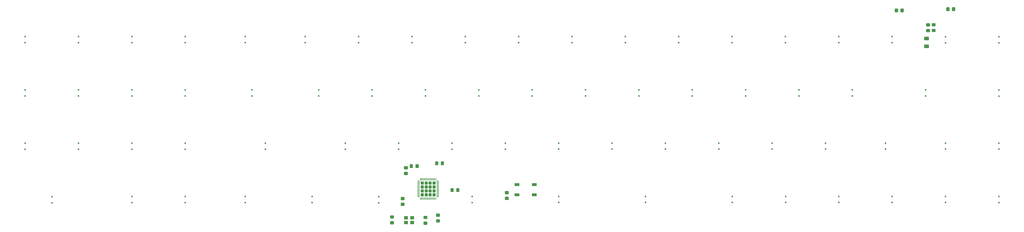
<source format=gbr>
G04 #@! TF.GenerationSoftware,KiCad,Pcbnew,(5.1.12)-1*
G04 #@! TF.CreationDate,2021-12-20T15:10:15-08:00*
G04 #@! TF.ProjectId,logboi,6c6f6762-6f69-42e6-9b69-6361645f7063,rev?*
G04 #@! TF.SameCoordinates,Original*
G04 #@! TF.FileFunction,Paste,Bot*
G04 #@! TF.FilePolarity,Positive*
%FSLAX46Y46*%
G04 Gerber Fmt 4.6, Leading zero omitted, Abs format (unit mm)*
G04 Created by KiCad (PCBNEW (5.1.12)-1) date 2021-12-20 15:10:15*
%MOMM*%
%LPD*%
G01*
G04 APERTURE LIST*
%ADD10R,0.500000X0.500000*%
%ADD11R,1.800000X1.100000*%
%ADD12R,1.400000X1.200000*%
G04 APERTURE END LIST*
D10*
X381042500Y-89612400D03*
X381042500Y-91812400D03*
X381017100Y-70528000D03*
X381017100Y-72728000D03*
X381042500Y-51605000D03*
X381042500Y-53805000D03*
X381042500Y-32555000D03*
X381042500Y-34755000D03*
X361967100Y-89578000D03*
X361967100Y-91778000D03*
X342917100Y-89578000D03*
X342917100Y-91778000D03*
X323867100Y-89578000D03*
X323867100Y-91778000D03*
X304867900Y-89578000D03*
X304867900Y-91778000D03*
X285817900Y-89578000D03*
X285817900Y-91778000D03*
X254861650Y-89578000D03*
X254861650Y-91778000D03*
X223905400Y-89578000D03*
X223905400Y-91778000D03*
X192949150Y-89603400D03*
X192949150Y-91803400D03*
X159586250Y-89705000D03*
X159586250Y-91905000D03*
X135799150Y-89603400D03*
X135799150Y-91803400D03*
X111986650Y-89603400D03*
X111986650Y-91803400D03*
X90555400Y-89603400D03*
X90555400Y-91803400D03*
X71505400Y-89603400D03*
X71505400Y-91803400D03*
X42905000Y-89705000D03*
X42905000Y-91905000D03*
X361967100Y-70528000D03*
X361967100Y-72728000D03*
X340535850Y-70528000D03*
X340535850Y-72728000D03*
X319104600Y-70528000D03*
X319104600Y-72728000D03*
X300105400Y-70528000D03*
X300105400Y-72728000D03*
X281055400Y-70528000D03*
X281055400Y-72728000D03*
X262005400Y-70528000D03*
X262005400Y-72728000D03*
X242955400Y-70528000D03*
X242955400Y-72728000D03*
X223905400Y-70528000D03*
X223905400Y-72728000D03*
X204830000Y-70545600D03*
X204830000Y-72745600D03*
X185805400Y-70553400D03*
X185805400Y-72753400D03*
X166755400Y-70553400D03*
X166755400Y-72753400D03*
X147705400Y-70553400D03*
X147705400Y-72753400D03*
X119130400Y-70553400D03*
X119130400Y-72753400D03*
X90555400Y-70553400D03*
X90555400Y-72753400D03*
X71505400Y-70553400D03*
X71505400Y-72753400D03*
X52430000Y-70578800D03*
X52430000Y-72778800D03*
X33380000Y-70578800D03*
X33380000Y-72778800D03*
X354848750Y-51503400D03*
X354848750Y-53703400D03*
X328655000Y-51503400D03*
X328655000Y-53703400D03*
X309605000Y-51503400D03*
X309605000Y-53703400D03*
X290555000Y-51503400D03*
X290555000Y-53703400D03*
X271505000Y-51503400D03*
X271505000Y-53703400D03*
X252455000Y-51503400D03*
X252455000Y-53703400D03*
X233405000Y-51503400D03*
X233405000Y-53703400D03*
X214355000Y-51503400D03*
X214355000Y-53703400D03*
X195305000Y-51503400D03*
X195305000Y-53703400D03*
X176255000Y-51503400D03*
X176255000Y-53703400D03*
X157205000Y-51503400D03*
X157205000Y-53703400D03*
X138155000Y-51503400D03*
X138155000Y-53703400D03*
X114342500Y-51503400D03*
X114342500Y-53703400D03*
X90504600Y-51503400D03*
X90504600Y-53703400D03*
X71454600Y-51503400D03*
X71454600Y-53703400D03*
X52404600Y-51503400D03*
X52404600Y-53703400D03*
X33354600Y-51503400D03*
X33354600Y-53703400D03*
X361992500Y-32555000D03*
X361992500Y-34755000D03*
X342942500Y-32453400D03*
X342942500Y-34653400D03*
X323892500Y-32453400D03*
X323892500Y-34653400D03*
X304842500Y-32453400D03*
X304842500Y-34653400D03*
X285792500Y-32453400D03*
X285792500Y-34653400D03*
X266742500Y-32453400D03*
X266742500Y-34653400D03*
X247692500Y-32453400D03*
X247692500Y-34653400D03*
X228642500Y-32453400D03*
X228642500Y-34653400D03*
X209592500Y-32453400D03*
X209592500Y-34653400D03*
X190542500Y-32453400D03*
X190542500Y-34653400D03*
X171492500Y-32453400D03*
X171492500Y-34653400D03*
X152442500Y-32453400D03*
X152442500Y-34653400D03*
X133392500Y-32453400D03*
X133392500Y-34653400D03*
X111961250Y-32453400D03*
X111961250Y-34653400D03*
X90530000Y-32453400D03*
X90530000Y-34653400D03*
X71480000Y-32453400D03*
X71480000Y-34653400D03*
X52430000Y-32453400D03*
X52430000Y-34653400D03*
X33380000Y-32453400D03*
X33380000Y-34653400D03*
G36*
G01*
X355818600Y-33794400D02*
X354568600Y-33794400D01*
G75*
G02*
X354318600Y-33544400I0J250000D01*
G01*
X354318600Y-32794400D01*
G75*
G02*
X354568600Y-32544400I250000J0D01*
G01*
X355818600Y-32544400D01*
G75*
G02*
X356068600Y-32794400I0J-250000D01*
G01*
X356068600Y-33544400D01*
G75*
G02*
X355818600Y-33794400I-250000J0D01*
G01*
G37*
G36*
G01*
X355818600Y-36594400D02*
X354568600Y-36594400D01*
G75*
G02*
X354318600Y-36344400I0J250000D01*
G01*
X354318600Y-35594400D01*
G75*
G02*
X354568600Y-35344400I250000J0D01*
G01*
X355818600Y-35344400D01*
G75*
G02*
X356068600Y-35594400I0J-250000D01*
G01*
X356068600Y-36344400D01*
G75*
G02*
X355818600Y-36594400I-250000J0D01*
G01*
G37*
D11*
X208952000Y-85363000D03*
X215152000Y-89063000D03*
X208952000Y-89063000D03*
X215152000Y-85363000D03*
D12*
X169308600Y-98944800D03*
X171508600Y-98944800D03*
X171508600Y-97244800D03*
X169308600Y-97244800D03*
G36*
G01*
X175731600Y-88703800D02*
X175731600Y-89333800D01*
G75*
G02*
X175481600Y-89583800I-250000J0D01*
G01*
X174851600Y-89583800D01*
G75*
G02*
X174601600Y-89333800I0J250000D01*
G01*
X174601600Y-88703800D01*
G75*
G02*
X174851600Y-88453800I250000J0D01*
G01*
X175481600Y-88453800D01*
G75*
G02*
X175731600Y-88703800I0J-250000D01*
G01*
G37*
G36*
G01*
X175731600Y-87303800D02*
X175731600Y-87933800D01*
G75*
G02*
X175481600Y-88183800I-250000J0D01*
G01*
X174851600Y-88183800D01*
G75*
G02*
X174601600Y-87933800I0J250000D01*
G01*
X174601600Y-87303800D01*
G75*
G02*
X174851600Y-87053800I250000J0D01*
G01*
X175481600Y-87053800D01*
G75*
G02*
X175731600Y-87303800I0J-250000D01*
G01*
G37*
G36*
G01*
X175731600Y-85903800D02*
X175731600Y-86533800D01*
G75*
G02*
X175481600Y-86783800I-250000J0D01*
G01*
X174851600Y-86783800D01*
G75*
G02*
X174601600Y-86533800I0J250000D01*
G01*
X174601600Y-85903800D01*
G75*
G02*
X174851600Y-85653800I250000J0D01*
G01*
X175481600Y-85653800D01*
G75*
G02*
X175731600Y-85903800I0J-250000D01*
G01*
G37*
G36*
G01*
X175731600Y-84503800D02*
X175731600Y-85133800D01*
G75*
G02*
X175481600Y-85383800I-250000J0D01*
G01*
X174851600Y-85383800D01*
G75*
G02*
X174601600Y-85133800I0J250000D01*
G01*
X174601600Y-84503800D01*
G75*
G02*
X174851600Y-84253800I250000J0D01*
G01*
X175481600Y-84253800D01*
G75*
G02*
X175731600Y-84503800I0J-250000D01*
G01*
G37*
G36*
G01*
X177131600Y-88703800D02*
X177131600Y-89333800D01*
G75*
G02*
X176881600Y-89583800I-250000J0D01*
G01*
X176251600Y-89583800D01*
G75*
G02*
X176001600Y-89333800I0J250000D01*
G01*
X176001600Y-88703800D01*
G75*
G02*
X176251600Y-88453800I250000J0D01*
G01*
X176881600Y-88453800D01*
G75*
G02*
X177131600Y-88703800I0J-250000D01*
G01*
G37*
G36*
G01*
X177131600Y-87303800D02*
X177131600Y-87933800D01*
G75*
G02*
X176881600Y-88183800I-250000J0D01*
G01*
X176251600Y-88183800D01*
G75*
G02*
X176001600Y-87933800I0J250000D01*
G01*
X176001600Y-87303800D01*
G75*
G02*
X176251600Y-87053800I250000J0D01*
G01*
X176881600Y-87053800D01*
G75*
G02*
X177131600Y-87303800I0J-250000D01*
G01*
G37*
G36*
G01*
X177131600Y-85903800D02*
X177131600Y-86533800D01*
G75*
G02*
X176881600Y-86783800I-250000J0D01*
G01*
X176251600Y-86783800D01*
G75*
G02*
X176001600Y-86533800I0J250000D01*
G01*
X176001600Y-85903800D01*
G75*
G02*
X176251600Y-85653800I250000J0D01*
G01*
X176881600Y-85653800D01*
G75*
G02*
X177131600Y-85903800I0J-250000D01*
G01*
G37*
G36*
G01*
X177131600Y-84503800D02*
X177131600Y-85133800D01*
G75*
G02*
X176881600Y-85383800I-250000J0D01*
G01*
X176251600Y-85383800D01*
G75*
G02*
X176001600Y-85133800I0J250000D01*
G01*
X176001600Y-84503800D01*
G75*
G02*
X176251600Y-84253800I250000J0D01*
G01*
X176881600Y-84253800D01*
G75*
G02*
X177131600Y-84503800I0J-250000D01*
G01*
G37*
G36*
G01*
X178531600Y-88703800D02*
X178531600Y-89333800D01*
G75*
G02*
X178281600Y-89583800I-250000J0D01*
G01*
X177651600Y-89583800D01*
G75*
G02*
X177401600Y-89333800I0J250000D01*
G01*
X177401600Y-88703800D01*
G75*
G02*
X177651600Y-88453800I250000J0D01*
G01*
X178281600Y-88453800D01*
G75*
G02*
X178531600Y-88703800I0J-250000D01*
G01*
G37*
G36*
G01*
X178531600Y-87303800D02*
X178531600Y-87933800D01*
G75*
G02*
X178281600Y-88183800I-250000J0D01*
G01*
X177651600Y-88183800D01*
G75*
G02*
X177401600Y-87933800I0J250000D01*
G01*
X177401600Y-87303800D01*
G75*
G02*
X177651600Y-87053800I250000J0D01*
G01*
X178281600Y-87053800D01*
G75*
G02*
X178531600Y-87303800I0J-250000D01*
G01*
G37*
G36*
G01*
X178531600Y-85903800D02*
X178531600Y-86533800D01*
G75*
G02*
X178281600Y-86783800I-250000J0D01*
G01*
X177651600Y-86783800D01*
G75*
G02*
X177401600Y-86533800I0J250000D01*
G01*
X177401600Y-85903800D01*
G75*
G02*
X177651600Y-85653800I250000J0D01*
G01*
X178281600Y-85653800D01*
G75*
G02*
X178531600Y-85903800I0J-250000D01*
G01*
G37*
G36*
G01*
X178531600Y-84503800D02*
X178531600Y-85133800D01*
G75*
G02*
X178281600Y-85383800I-250000J0D01*
G01*
X177651600Y-85383800D01*
G75*
G02*
X177401600Y-85133800I0J250000D01*
G01*
X177401600Y-84503800D01*
G75*
G02*
X177651600Y-84253800I250000J0D01*
G01*
X178281600Y-84253800D01*
G75*
G02*
X178531600Y-84503800I0J-250000D01*
G01*
G37*
G36*
G01*
X179931600Y-88703800D02*
X179931600Y-89333800D01*
G75*
G02*
X179681600Y-89583800I-250000J0D01*
G01*
X179051600Y-89583800D01*
G75*
G02*
X178801600Y-89333800I0J250000D01*
G01*
X178801600Y-88703800D01*
G75*
G02*
X179051600Y-88453800I250000J0D01*
G01*
X179681600Y-88453800D01*
G75*
G02*
X179931600Y-88703800I0J-250000D01*
G01*
G37*
G36*
G01*
X179931600Y-87303800D02*
X179931600Y-87933800D01*
G75*
G02*
X179681600Y-88183800I-250000J0D01*
G01*
X179051600Y-88183800D01*
G75*
G02*
X178801600Y-87933800I0J250000D01*
G01*
X178801600Y-87303800D01*
G75*
G02*
X179051600Y-87053800I250000J0D01*
G01*
X179681600Y-87053800D01*
G75*
G02*
X179931600Y-87303800I0J-250000D01*
G01*
G37*
G36*
G01*
X179931600Y-85903800D02*
X179931600Y-86533800D01*
G75*
G02*
X179681600Y-86783800I-250000J0D01*
G01*
X179051600Y-86783800D01*
G75*
G02*
X178801600Y-86533800I0J250000D01*
G01*
X178801600Y-85903800D01*
G75*
G02*
X179051600Y-85653800I250000J0D01*
G01*
X179681600Y-85653800D01*
G75*
G02*
X179931600Y-85903800I0J-250000D01*
G01*
G37*
G36*
G01*
X179931600Y-84503800D02*
X179931600Y-85133800D01*
G75*
G02*
X179681600Y-85383800I-250000J0D01*
G01*
X179051600Y-85383800D01*
G75*
G02*
X178801600Y-85133800I0J250000D01*
G01*
X178801600Y-84503800D01*
G75*
G02*
X179051600Y-84253800I250000J0D01*
G01*
X179681600Y-84253800D01*
G75*
G02*
X179931600Y-84503800I0J-250000D01*
G01*
G37*
G36*
G01*
X180141600Y-83106300D02*
X180141600Y-83856300D01*
G75*
G02*
X180079100Y-83918800I-62500J0D01*
G01*
X179954100Y-83918800D01*
G75*
G02*
X179891600Y-83856300I0J62500D01*
G01*
X179891600Y-83106300D01*
G75*
G02*
X179954100Y-83043800I62500J0D01*
G01*
X180079100Y-83043800D01*
G75*
G02*
X180141600Y-83106300I0J-62500D01*
G01*
G37*
G36*
G01*
X179641600Y-83106300D02*
X179641600Y-83856300D01*
G75*
G02*
X179579100Y-83918800I-62500J0D01*
G01*
X179454100Y-83918800D01*
G75*
G02*
X179391600Y-83856300I0J62500D01*
G01*
X179391600Y-83106300D01*
G75*
G02*
X179454100Y-83043800I62500J0D01*
G01*
X179579100Y-83043800D01*
G75*
G02*
X179641600Y-83106300I0J-62500D01*
G01*
G37*
G36*
G01*
X179141600Y-83106300D02*
X179141600Y-83856300D01*
G75*
G02*
X179079100Y-83918800I-62500J0D01*
G01*
X178954100Y-83918800D01*
G75*
G02*
X178891600Y-83856300I0J62500D01*
G01*
X178891600Y-83106300D01*
G75*
G02*
X178954100Y-83043800I62500J0D01*
G01*
X179079100Y-83043800D01*
G75*
G02*
X179141600Y-83106300I0J-62500D01*
G01*
G37*
G36*
G01*
X178641600Y-83106300D02*
X178641600Y-83856300D01*
G75*
G02*
X178579100Y-83918800I-62500J0D01*
G01*
X178454100Y-83918800D01*
G75*
G02*
X178391600Y-83856300I0J62500D01*
G01*
X178391600Y-83106300D01*
G75*
G02*
X178454100Y-83043800I62500J0D01*
G01*
X178579100Y-83043800D01*
G75*
G02*
X178641600Y-83106300I0J-62500D01*
G01*
G37*
G36*
G01*
X178141600Y-83106300D02*
X178141600Y-83856300D01*
G75*
G02*
X178079100Y-83918800I-62500J0D01*
G01*
X177954100Y-83918800D01*
G75*
G02*
X177891600Y-83856300I0J62500D01*
G01*
X177891600Y-83106300D01*
G75*
G02*
X177954100Y-83043800I62500J0D01*
G01*
X178079100Y-83043800D01*
G75*
G02*
X178141600Y-83106300I0J-62500D01*
G01*
G37*
G36*
G01*
X177641600Y-83106300D02*
X177641600Y-83856300D01*
G75*
G02*
X177579100Y-83918800I-62500J0D01*
G01*
X177454100Y-83918800D01*
G75*
G02*
X177391600Y-83856300I0J62500D01*
G01*
X177391600Y-83106300D01*
G75*
G02*
X177454100Y-83043800I62500J0D01*
G01*
X177579100Y-83043800D01*
G75*
G02*
X177641600Y-83106300I0J-62500D01*
G01*
G37*
G36*
G01*
X177141600Y-83106300D02*
X177141600Y-83856300D01*
G75*
G02*
X177079100Y-83918800I-62500J0D01*
G01*
X176954100Y-83918800D01*
G75*
G02*
X176891600Y-83856300I0J62500D01*
G01*
X176891600Y-83106300D01*
G75*
G02*
X176954100Y-83043800I62500J0D01*
G01*
X177079100Y-83043800D01*
G75*
G02*
X177141600Y-83106300I0J-62500D01*
G01*
G37*
G36*
G01*
X176641600Y-83106300D02*
X176641600Y-83856300D01*
G75*
G02*
X176579100Y-83918800I-62500J0D01*
G01*
X176454100Y-83918800D01*
G75*
G02*
X176391600Y-83856300I0J62500D01*
G01*
X176391600Y-83106300D01*
G75*
G02*
X176454100Y-83043800I62500J0D01*
G01*
X176579100Y-83043800D01*
G75*
G02*
X176641600Y-83106300I0J-62500D01*
G01*
G37*
G36*
G01*
X176141600Y-83106300D02*
X176141600Y-83856300D01*
G75*
G02*
X176079100Y-83918800I-62500J0D01*
G01*
X175954100Y-83918800D01*
G75*
G02*
X175891600Y-83856300I0J62500D01*
G01*
X175891600Y-83106300D01*
G75*
G02*
X175954100Y-83043800I62500J0D01*
G01*
X176079100Y-83043800D01*
G75*
G02*
X176141600Y-83106300I0J-62500D01*
G01*
G37*
G36*
G01*
X175641600Y-83106300D02*
X175641600Y-83856300D01*
G75*
G02*
X175579100Y-83918800I-62500J0D01*
G01*
X175454100Y-83918800D01*
G75*
G02*
X175391600Y-83856300I0J62500D01*
G01*
X175391600Y-83106300D01*
G75*
G02*
X175454100Y-83043800I62500J0D01*
G01*
X175579100Y-83043800D01*
G75*
G02*
X175641600Y-83106300I0J-62500D01*
G01*
G37*
G36*
G01*
X175141600Y-83106300D02*
X175141600Y-83856300D01*
G75*
G02*
X175079100Y-83918800I-62500J0D01*
G01*
X174954100Y-83918800D01*
G75*
G02*
X174891600Y-83856300I0J62500D01*
G01*
X174891600Y-83106300D01*
G75*
G02*
X174954100Y-83043800I62500J0D01*
G01*
X175079100Y-83043800D01*
G75*
G02*
X175141600Y-83106300I0J-62500D01*
G01*
G37*
G36*
G01*
X174641600Y-83106300D02*
X174641600Y-83856300D01*
G75*
G02*
X174579100Y-83918800I-62500J0D01*
G01*
X174454100Y-83918800D01*
G75*
G02*
X174391600Y-83856300I0J62500D01*
G01*
X174391600Y-83106300D01*
G75*
G02*
X174454100Y-83043800I62500J0D01*
G01*
X174579100Y-83043800D01*
G75*
G02*
X174641600Y-83106300I0J-62500D01*
G01*
G37*
G36*
G01*
X174266600Y-84106300D02*
X174266600Y-84231300D01*
G75*
G02*
X174204100Y-84293800I-62500J0D01*
G01*
X173454100Y-84293800D01*
G75*
G02*
X173391600Y-84231300I0J62500D01*
G01*
X173391600Y-84106300D01*
G75*
G02*
X173454100Y-84043800I62500J0D01*
G01*
X174204100Y-84043800D01*
G75*
G02*
X174266600Y-84106300I0J-62500D01*
G01*
G37*
G36*
G01*
X174266600Y-84606300D02*
X174266600Y-84731300D01*
G75*
G02*
X174204100Y-84793800I-62500J0D01*
G01*
X173454100Y-84793800D01*
G75*
G02*
X173391600Y-84731300I0J62500D01*
G01*
X173391600Y-84606300D01*
G75*
G02*
X173454100Y-84543800I62500J0D01*
G01*
X174204100Y-84543800D01*
G75*
G02*
X174266600Y-84606300I0J-62500D01*
G01*
G37*
G36*
G01*
X174266600Y-85106300D02*
X174266600Y-85231300D01*
G75*
G02*
X174204100Y-85293800I-62500J0D01*
G01*
X173454100Y-85293800D01*
G75*
G02*
X173391600Y-85231300I0J62500D01*
G01*
X173391600Y-85106300D01*
G75*
G02*
X173454100Y-85043800I62500J0D01*
G01*
X174204100Y-85043800D01*
G75*
G02*
X174266600Y-85106300I0J-62500D01*
G01*
G37*
G36*
G01*
X174266600Y-85606300D02*
X174266600Y-85731300D01*
G75*
G02*
X174204100Y-85793800I-62500J0D01*
G01*
X173454100Y-85793800D01*
G75*
G02*
X173391600Y-85731300I0J62500D01*
G01*
X173391600Y-85606300D01*
G75*
G02*
X173454100Y-85543800I62500J0D01*
G01*
X174204100Y-85543800D01*
G75*
G02*
X174266600Y-85606300I0J-62500D01*
G01*
G37*
G36*
G01*
X174266600Y-86106300D02*
X174266600Y-86231300D01*
G75*
G02*
X174204100Y-86293800I-62500J0D01*
G01*
X173454100Y-86293800D01*
G75*
G02*
X173391600Y-86231300I0J62500D01*
G01*
X173391600Y-86106300D01*
G75*
G02*
X173454100Y-86043800I62500J0D01*
G01*
X174204100Y-86043800D01*
G75*
G02*
X174266600Y-86106300I0J-62500D01*
G01*
G37*
G36*
G01*
X174266600Y-86606300D02*
X174266600Y-86731300D01*
G75*
G02*
X174204100Y-86793800I-62500J0D01*
G01*
X173454100Y-86793800D01*
G75*
G02*
X173391600Y-86731300I0J62500D01*
G01*
X173391600Y-86606300D01*
G75*
G02*
X173454100Y-86543800I62500J0D01*
G01*
X174204100Y-86543800D01*
G75*
G02*
X174266600Y-86606300I0J-62500D01*
G01*
G37*
G36*
G01*
X174266600Y-87106300D02*
X174266600Y-87231300D01*
G75*
G02*
X174204100Y-87293800I-62500J0D01*
G01*
X173454100Y-87293800D01*
G75*
G02*
X173391600Y-87231300I0J62500D01*
G01*
X173391600Y-87106300D01*
G75*
G02*
X173454100Y-87043800I62500J0D01*
G01*
X174204100Y-87043800D01*
G75*
G02*
X174266600Y-87106300I0J-62500D01*
G01*
G37*
G36*
G01*
X174266600Y-87606300D02*
X174266600Y-87731300D01*
G75*
G02*
X174204100Y-87793800I-62500J0D01*
G01*
X173454100Y-87793800D01*
G75*
G02*
X173391600Y-87731300I0J62500D01*
G01*
X173391600Y-87606300D01*
G75*
G02*
X173454100Y-87543800I62500J0D01*
G01*
X174204100Y-87543800D01*
G75*
G02*
X174266600Y-87606300I0J-62500D01*
G01*
G37*
G36*
G01*
X174266600Y-88106300D02*
X174266600Y-88231300D01*
G75*
G02*
X174204100Y-88293800I-62500J0D01*
G01*
X173454100Y-88293800D01*
G75*
G02*
X173391600Y-88231300I0J62500D01*
G01*
X173391600Y-88106300D01*
G75*
G02*
X173454100Y-88043800I62500J0D01*
G01*
X174204100Y-88043800D01*
G75*
G02*
X174266600Y-88106300I0J-62500D01*
G01*
G37*
G36*
G01*
X174266600Y-88606300D02*
X174266600Y-88731300D01*
G75*
G02*
X174204100Y-88793800I-62500J0D01*
G01*
X173454100Y-88793800D01*
G75*
G02*
X173391600Y-88731300I0J62500D01*
G01*
X173391600Y-88606300D01*
G75*
G02*
X173454100Y-88543800I62500J0D01*
G01*
X174204100Y-88543800D01*
G75*
G02*
X174266600Y-88606300I0J-62500D01*
G01*
G37*
G36*
G01*
X174266600Y-89106300D02*
X174266600Y-89231300D01*
G75*
G02*
X174204100Y-89293800I-62500J0D01*
G01*
X173454100Y-89293800D01*
G75*
G02*
X173391600Y-89231300I0J62500D01*
G01*
X173391600Y-89106300D01*
G75*
G02*
X173454100Y-89043800I62500J0D01*
G01*
X174204100Y-89043800D01*
G75*
G02*
X174266600Y-89106300I0J-62500D01*
G01*
G37*
G36*
G01*
X174266600Y-89606300D02*
X174266600Y-89731300D01*
G75*
G02*
X174204100Y-89793800I-62500J0D01*
G01*
X173454100Y-89793800D01*
G75*
G02*
X173391600Y-89731300I0J62500D01*
G01*
X173391600Y-89606300D01*
G75*
G02*
X173454100Y-89543800I62500J0D01*
G01*
X174204100Y-89543800D01*
G75*
G02*
X174266600Y-89606300I0J-62500D01*
G01*
G37*
G36*
G01*
X174641600Y-89981300D02*
X174641600Y-90731300D01*
G75*
G02*
X174579100Y-90793800I-62500J0D01*
G01*
X174454100Y-90793800D01*
G75*
G02*
X174391600Y-90731300I0J62500D01*
G01*
X174391600Y-89981300D01*
G75*
G02*
X174454100Y-89918800I62500J0D01*
G01*
X174579100Y-89918800D01*
G75*
G02*
X174641600Y-89981300I0J-62500D01*
G01*
G37*
G36*
G01*
X175141600Y-89981300D02*
X175141600Y-90731300D01*
G75*
G02*
X175079100Y-90793800I-62500J0D01*
G01*
X174954100Y-90793800D01*
G75*
G02*
X174891600Y-90731300I0J62500D01*
G01*
X174891600Y-89981300D01*
G75*
G02*
X174954100Y-89918800I62500J0D01*
G01*
X175079100Y-89918800D01*
G75*
G02*
X175141600Y-89981300I0J-62500D01*
G01*
G37*
G36*
G01*
X175641600Y-89981300D02*
X175641600Y-90731300D01*
G75*
G02*
X175579100Y-90793800I-62500J0D01*
G01*
X175454100Y-90793800D01*
G75*
G02*
X175391600Y-90731300I0J62500D01*
G01*
X175391600Y-89981300D01*
G75*
G02*
X175454100Y-89918800I62500J0D01*
G01*
X175579100Y-89918800D01*
G75*
G02*
X175641600Y-89981300I0J-62500D01*
G01*
G37*
G36*
G01*
X176141600Y-89981300D02*
X176141600Y-90731300D01*
G75*
G02*
X176079100Y-90793800I-62500J0D01*
G01*
X175954100Y-90793800D01*
G75*
G02*
X175891600Y-90731300I0J62500D01*
G01*
X175891600Y-89981300D01*
G75*
G02*
X175954100Y-89918800I62500J0D01*
G01*
X176079100Y-89918800D01*
G75*
G02*
X176141600Y-89981300I0J-62500D01*
G01*
G37*
G36*
G01*
X176641600Y-89981300D02*
X176641600Y-90731300D01*
G75*
G02*
X176579100Y-90793800I-62500J0D01*
G01*
X176454100Y-90793800D01*
G75*
G02*
X176391600Y-90731300I0J62500D01*
G01*
X176391600Y-89981300D01*
G75*
G02*
X176454100Y-89918800I62500J0D01*
G01*
X176579100Y-89918800D01*
G75*
G02*
X176641600Y-89981300I0J-62500D01*
G01*
G37*
G36*
G01*
X177141600Y-89981300D02*
X177141600Y-90731300D01*
G75*
G02*
X177079100Y-90793800I-62500J0D01*
G01*
X176954100Y-90793800D01*
G75*
G02*
X176891600Y-90731300I0J62500D01*
G01*
X176891600Y-89981300D01*
G75*
G02*
X176954100Y-89918800I62500J0D01*
G01*
X177079100Y-89918800D01*
G75*
G02*
X177141600Y-89981300I0J-62500D01*
G01*
G37*
G36*
G01*
X177641600Y-89981300D02*
X177641600Y-90731300D01*
G75*
G02*
X177579100Y-90793800I-62500J0D01*
G01*
X177454100Y-90793800D01*
G75*
G02*
X177391600Y-90731300I0J62500D01*
G01*
X177391600Y-89981300D01*
G75*
G02*
X177454100Y-89918800I62500J0D01*
G01*
X177579100Y-89918800D01*
G75*
G02*
X177641600Y-89981300I0J-62500D01*
G01*
G37*
G36*
G01*
X178141600Y-89981300D02*
X178141600Y-90731300D01*
G75*
G02*
X178079100Y-90793800I-62500J0D01*
G01*
X177954100Y-90793800D01*
G75*
G02*
X177891600Y-90731300I0J62500D01*
G01*
X177891600Y-89981300D01*
G75*
G02*
X177954100Y-89918800I62500J0D01*
G01*
X178079100Y-89918800D01*
G75*
G02*
X178141600Y-89981300I0J-62500D01*
G01*
G37*
G36*
G01*
X178641600Y-89981300D02*
X178641600Y-90731300D01*
G75*
G02*
X178579100Y-90793800I-62500J0D01*
G01*
X178454100Y-90793800D01*
G75*
G02*
X178391600Y-90731300I0J62500D01*
G01*
X178391600Y-89981300D01*
G75*
G02*
X178454100Y-89918800I62500J0D01*
G01*
X178579100Y-89918800D01*
G75*
G02*
X178641600Y-89981300I0J-62500D01*
G01*
G37*
G36*
G01*
X179141600Y-89981300D02*
X179141600Y-90731300D01*
G75*
G02*
X179079100Y-90793800I-62500J0D01*
G01*
X178954100Y-90793800D01*
G75*
G02*
X178891600Y-90731300I0J62500D01*
G01*
X178891600Y-89981300D01*
G75*
G02*
X178954100Y-89918800I62500J0D01*
G01*
X179079100Y-89918800D01*
G75*
G02*
X179141600Y-89981300I0J-62500D01*
G01*
G37*
G36*
G01*
X179641600Y-89981300D02*
X179641600Y-90731300D01*
G75*
G02*
X179579100Y-90793800I-62500J0D01*
G01*
X179454100Y-90793800D01*
G75*
G02*
X179391600Y-90731300I0J62500D01*
G01*
X179391600Y-89981300D01*
G75*
G02*
X179454100Y-89918800I62500J0D01*
G01*
X179579100Y-89918800D01*
G75*
G02*
X179641600Y-89981300I0J-62500D01*
G01*
G37*
G36*
G01*
X180141600Y-89981300D02*
X180141600Y-90731300D01*
G75*
G02*
X180079100Y-90793800I-62500J0D01*
G01*
X179954100Y-90793800D01*
G75*
G02*
X179891600Y-90731300I0J62500D01*
G01*
X179891600Y-89981300D01*
G75*
G02*
X179954100Y-89918800I62500J0D01*
G01*
X180079100Y-89918800D01*
G75*
G02*
X180141600Y-89981300I0J-62500D01*
G01*
G37*
G36*
G01*
X181141600Y-89606300D02*
X181141600Y-89731300D01*
G75*
G02*
X181079100Y-89793800I-62500J0D01*
G01*
X180329100Y-89793800D01*
G75*
G02*
X180266600Y-89731300I0J62500D01*
G01*
X180266600Y-89606300D01*
G75*
G02*
X180329100Y-89543800I62500J0D01*
G01*
X181079100Y-89543800D01*
G75*
G02*
X181141600Y-89606300I0J-62500D01*
G01*
G37*
G36*
G01*
X181141600Y-89106300D02*
X181141600Y-89231300D01*
G75*
G02*
X181079100Y-89293800I-62500J0D01*
G01*
X180329100Y-89293800D01*
G75*
G02*
X180266600Y-89231300I0J62500D01*
G01*
X180266600Y-89106300D01*
G75*
G02*
X180329100Y-89043800I62500J0D01*
G01*
X181079100Y-89043800D01*
G75*
G02*
X181141600Y-89106300I0J-62500D01*
G01*
G37*
G36*
G01*
X181141600Y-88606300D02*
X181141600Y-88731300D01*
G75*
G02*
X181079100Y-88793800I-62500J0D01*
G01*
X180329100Y-88793800D01*
G75*
G02*
X180266600Y-88731300I0J62500D01*
G01*
X180266600Y-88606300D01*
G75*
G02*
X180329100Y-88543800I62500J0D01*
G01*
X181079100Y-88543800D01*
G75*
G02*
X181141600Y-88606300I0J-62500D01*
G01*
G37*
G36*
G01*
X181141600Y-88106300D02*
X181141600Y-88231300D01*
G75*
G02*
X181079100Y-88293800I-62500J0D01*
G01*
X180329100Y-88293800D01*
G75*
G02*
X180266600Y-88231300I0J62500D01*
G01*
X180266600Y-88106300D01*
G75*
G02*
X180329100Y-88043800I62500J0D01*
G01*
X181079100Y-88043800D01*
G75*
G02*
X181141600Y-88106300I0J-62500D01*
G01*
G37*
G36*
G01*
X181141600Y-87606300D02*
X181141600Y-87731300D01*
G75*
G02*
X181079100Y-87793800I-62500J0D01*
G01*
X180329100Y-87793800D01*
G75*
G02*
X180266600Y-87731300I0J62500D01*
G01*
X180266600Y-87606300D01*
G75*
G02*
X180329100Y-87543800I62500J0D01*
G01*
X181079100Y-87543800D01*
G75*
G02*
X181141600Y-87606300I0J-62500D01*
G01*
G37*
G36*
G01*
X181141600Y-87106300D02*
X181141600Y-87231300D01*
G75*
G02*
X181079100Y-87293800I-62500J0D01*
G01*
X180329100Y-87293800D01*
G75*
G02*
X180266600Y-87231300I0J62500D01*
G01*
X180266600Y-87106300D01*
G75*
G02*
X180329100Y-87043800I62500J0D01*
G01*
X181079100Y-87043800D01*
G75*
G02*
X181141600Y-87106300I0J-62500D01*
G01*
G37*
G36*
G01*
X181141600Y-86606300D02*
X181141600Y-86731300D01*
G75*
G02*
X181079100Y-86793800I-62500J0D01*
G01*
X180329100Y-86793800D01*
G75*
G02*
X180266600Y-86731300I0J62500D01*
G01*
X180266600Y-86606300D01*
G75*
G02*
X180329100Y-86543800I62500J0D01*
G01*
X181079100Y-86543800D01*
G75*
G02*
X181141600Y-86606300I0J-62500D01*
G01*
G37*
G36*
G01*
X181141600Y-86106300D02*
X181141600Y-86231300D01*
G75*
G02*
X181079100Y-86293800I-62500J0D01*
G01*
X180329100Y-86293800D01*
G75*
G02*
X180266600Y-86231300I0J62500D01*
G01*
X180266600Y-86106300D01*
G75*
G02*
X180329100Y-86043800I62500J0D01*
G01*
X181079100Y-86043800D01*
G75*
G02*
X181141600Y-86106300I0J-62500D01*
G01*
G37*
G36*
G01*
X181141600Y-85606300D02*
X181141600Y-85731300D01*
G75*
G02*
X181079100Y-85793800I-62500J0D01*
G01*
X180329100Y-85793800D01*
G75*
G02*
X180266600Y-85731300I0J62500D01*
G01*
X180266600Y-85606300D01*
G75*
G02*
X180329100Y-85543800I62500J0D01*
G01*
X181079100Y-85543800D01*
G75*
G02*
X181141600Y-85606300I0J-62500D01*
G01*
G37*
G36*
G01*
X181141600Y-85106300D02*
X181141600Y-85231300D01*
G75*
G02*
X181079100Y-85293800I-62500J0D01*
G01*
X180329100Y-85293800D01*
G75*
G02*
X180266600Y-85231300I0J62500D01*
G01*
X180266600Y-85106300D01*
G75*
G02*
X180329100Y-85043800I62500J0D01*
G01*
X181079100Y-85043800D01*
G75*
G02*
X181141600Y-85106300I0J-62500D01*
G01*
G37*
G36*
G01*
X181141600Y-84606300D02*
X181141600Y-84731300D01*
G75*
G02*
X181079100Y-84793800I-62500J0D01*
G01*
X180329100Y-84793800D01*
G75*
G02*
X180266600Y-84731300I0J62500D01*
G01*
X180266600Y-84606300D01*
G75*
G02*
X180329100Y-84543800I62500J0D01*
G01*
X181079100Y-84543800D01*
G75*
G02*
X181141600Y-84606300I0J-62500D01*
G01*
G37*
G36*
G01*
X181141600Y-84106300D02*
X181141600Y-84231300D01*
G75*
G02*
X181079100Y-84293800I-62500J0D01*
G01*
X180329100Y-84293800D01*
G75*
G02*
X180266600Y-84231300I0J62500D01*
G01*
X180266600Y-84106300D01*
G75*
G02*
X180329100Y-84043800I62500J0D01*
G01*
X181079100Y-84043800D01*
G75*
G02*
X181141600Y-84106300I0J-62500D01*
G01*
G37*
G36*
G01*
X163913399Y-98434200D02*
X164813401Y-98434200D01*
G75*
G02*
X165063400Y-98684199I0J-249999D01*
G01*
X165063400Y-99334201D01*
G75*
G02*
X164813401Y-99584200I-249999J0D01*
G01*
X163913399Y-99584200D01*
G75*
G02*
X163663400Y-99334201I0J249999D01*
G01*
X163663400Y-98684199D01*
G75*
G02*
X163913399Y-98434200I249999J0D01*
G01*
G37*
G36*
G01*
X163913399Y-96384200D02*
X164813401Y-96384200D01*
G75*
G02*
X165063400Y-96634199I0J-249999D01*
G01*
X165063400Y-97284201D01*
G75*
G02*
X164813401Y-97534200I-249999J0D01*
G01*
X163913399Y-97534200D01*
G75*
G02*
X163663400Y-97284201I0J249999D01*
G01*
X163663400Y-96634199D01*
G75*
G02*
X163913399Y-96384200I249999J0D01*
G01*
G37*
G36*
G01*
X365437700Y-22257599D02*
X365437700Y-23157601D01*
G75*
G02*
X365187701Y-23407600I-249999J0D01*
G01*
X364537699Y-23407600D01*
G75*
G02*
X364287700Y-23157601I0J249999D01*
G01*
X364287700Y-22257599D01*
G75*
G02*
X364537699Y-22007600I249999J0D01*
G01*
X365187701Y-22007600D01*
G75*
G02*
X365437700Y-22257599I0J-249999D01*
G01*
G37*
G36*
G01*
X363387700Y-22257599D02*
X363387700Y-23157601D01*
G75*
G02*
X363137701Y-23407600I-249999J0D01*
G01*
X362487699Y-23407600D01*
G75*
G02*
X362237700Y-23157601I0J249999D01*
G01*
X362237700Y-22257599D01*
G75*
G02*
X362487699Y-22007600I249999J0D01*
G01*
X363137701Y-22007600D01*
G75*
G02*
X363387700Y-22257599I0J-249999D01*
G01*
G37*
G36*
G01*
X343857100Y-23614801D02*
X343857100Y-22714799D01*
G75*
G02*
X344107099Y-22464800I249999J0D01*
G01*
X344757101Y-22464800D01*
G75*
G02*
X345007100Y-22714799I0J-249999D01*
G01*
X345007100Y-23614801D01*
G75*
G02*
X344757101Y-23864800I-249999J0D01*
G01*
X344107099Y-23864800D01*
G75*
G02*
X343857100Y-23614801I0J249999D01*
G01*
G37*
G36*
G01*
X345907100Y-23614801D02*
X345907100Y-22714799D01*
G75*
G02*
X346157099Y-22464800I249999J0D01*
G01*
X346807101Y-22464800D01*
G75*
G02*
X347057100Y-22714799I0J-249999D01*
G01*
X347057100Y-23614801D01*
G75*
G02*
X346807101Y-23864800I-249999J0D01*
G01*
X346157099Y-23864800D01*
G75*
G02*
X345907100Y-23614801I0J249999D01*
G01*
G37*
G36*
G01*
X168866399Y-78800000D02*
X169766401Y-78800000D01*
G75*
G02*
X170016400Y-79049999I0J-249999D01*
G01*
X170016400Y-79700001D01*
G75*
G02*
X169766401Y-79950000I-249999J0D01*
G01*
X168866399Y-79950000D01*
G75*
G02*
X168616400Y-79700001I0J249999D01*
G01*
X168616400Y-79049999D01*
G75*
G02*
X168866399Y-78800000I249999J0D01*
G01*
G37*
G36*
G01*
X168866399Y-80850000D02*
X169766401Y-80850000D01*
G75*
G02*
X170016400Y-81099999I0J-249999D01*
G01*
X170016400Y-81750001D01*
G75*
G02*
X169766401Y-82000000I-249999J0D01*
G01*
X168866399Y-82000000D01*
G75*
G02*
X168616400Y-81750001I0J249999D01*
G01*
X168616400Y-81099999D01*
G75*
G02*
X168866399Y-80850000I249999J0D01*
G01*
G37*
G36*
G01*
X358183601Y-30902600D02*
X357283599Y-30902600D01*
G75*
G02*
X357033600Y-30652601I0J249999D01*
G01*
X357033600Y-30002599D01*
G75*
G02*
X357283599Y-29752600I249999J0D01*
G01*
X358183601Y-29752600D01*
G75*
G02*
X358433600Y-30002599I0J-249999D01*
G01*
X358433600Y-30652601D01*
G75*
G02*
X358183601Y-30902600I-249999J0D01*
G01*
G37*
G36*
G01*
X358183601Y-28852600D02*
X357283599Y-28852600D01*
G75*
G02*
X357033600Y-28602601I0J249999D01*
G01*
X357033600Y-27952599D01*
G75*
G02*
X357283599Y-27702600I249999J0D01*
G01*
X358183601Y-27702600D01*
G75*
G02*
X358433600Y-27952599I0J-249999D01*
G01*
X358433600Y-28602601D01*
G75*
G02*
X358183601Y-28852600I-249999J0D01*
G01*
G37*
G36*
G01*
X356202401Y-30928000D02*
X355302399Y-30928000D01*
G75*
G02*
X355052400Y-30678001I0J249999D01*
G01*
X355052400Y-30027999D01*
G75*
G02*
X355302399Y-29778000I249999J0D01*
G01*
X356202401Y-29778000D01*
G75*
G02*
X356452400Y-30027999I0J-249999D01*
G01*
X356452400Y-30678001D01*
G75*
G02*
X356202401Y-30928000I-249999J0D01*
G01*
G37*
G36*
G01*
X356202401Y-28878000D02*
X355302399Y-28878000D01*
G75*
G02*
X355052400Y-28628001I0J249999D01*
G01*
X355052400Y-27977999D01*
G75*
G02*
X355302399Y-27728000I249999J0D01*
G01*
X356202401Y-27728000D01*
G75*
G02*
X356452400Y-27977999I0J-249999D01*
G01*
X356452400Y-28628001D01*
G75*
G02*
X356202401Y-28878000I-249999J0D01*
G01*
G37*
G36*
G01*
X204887999Y-87681000D02*
X205788001Y-87681000D01*
G75*
G02*
X206038000Y-87930999I0J-249999D01*
G01*
X206038000Y-88581001D01*
G75*
G02*
X205788001Y-88831000I-249999J0D01*
G01*
X204887999Y-88831000D01*
G75*
G02*
X204638000Y-88581001I0J249999D01*
G01*
X204638000Y-87930999D01*
G75*
G02*
X204887999Y-87681000I249999J0D01*
G01*
G37*
G36*
G01*
X204887999Y-89731000D02*
X205788001Y-89731000D01*
G75*
G02*
X206038000Y-89980999I0J-249999D01*
G01*
X206038000Y-90631001D01*
G75*
G02*
X205788001Y-90881000I-249999J0D01*
G01*
X204887999Y-90881000D01*
G75*
G02*
X204638000Y-90631001I0J249999D01*
G01*
X204638000Y-89980999D01*
G75*
G02*
X204887999Y-89731000I249999J0D01*
G01*
G37*
G36*
G01*
X187276000Y-87800601D02*
X187276000Y-86900599D01*
G75*
G02*
X187525999Y-86650600I249999J0D01*
G01*
X188176001Y-86650600D01*
G75*
G02*
X188426000Y-86900599I0J-249999D01*
G01*
X188426000Y-87800601D01*
G75*
G02*
X188176001Y-88050600I-249999J0D01*
G01*
X187525999Y-88050600D01*
G75*
G02*
X187276000Y-87800601I0J249999D01*
G01*
G37*
G36*
G01*
X185226000Y-87800601D02*
X185226000Y-86900599D01*
G75*
G02*
X185475999Y-86650600I249999J0D01*
G01*
X186126001Y-86650600D01*
G75*
G02*
X186376000Y-86900599I0J-249999D01*
G01*
X186376000Y-87800601D01*
G75*
G02*
X186126001Y-88050600I-249999J0D01*
G01*
X185475999Y-88050600D01*
G75*
G02*
X185226000Y-87800601I0J249999D01*
G01*
G37*
G36*
G01*
X175825999Y-98595600D02*
X176726001Y-98595600D01*
G75*
G02*
X176976000Y-98845599I0J-249999D01*
G01*
X176976000Y-99495601D01*
G75*
G02*
X176726001Y-99745600I-249999J0D01*
G01*
X175825999Y-99745600D01*
G75*
G02*
X175576000Y-99495601I0J249999D01*
G01*
X175576000Y-98845599D01*
G75*
G02*
X175825999Y-98595600I249999J0D01*
G01*
G37*
G36*
G01*
X175825999Y-96545600D02*
X176726001Y-96545600D01*
G75*
G02*
X176976000Y-96795599I0J-249999D01*
G01*
X176976000Y-97445601D01*
G75*
G02*
X176726001Y-97695600I-249999J0D01*
G01*
X175825999Y-97695600D01*
G75*
G02*
X175576000Y-97445601I0J249999D01*
G01*
X175576000Y-96795599D01*
G75*
G02*
X175825999Y-96545600I249999J0D01*
G01*
G37*
G36*
G01*
X180871600Y-77324799D02*
X180871600Y-78224801D01*
G75*
G02*
X180621601Y-78474800I-249999J0D01*
G01*
X179971599Y-78474800D01*
G75*
G02*
X179721600Y-78224801I0J249999D01*
G01*
X179721600Y-77324799D01*
G75*
G02*
X179971599Y-77074800I249999J0D01*
G01*
X180621601Y-77074800D01*
G75*
G02*
X180871600Y-77324799I0J-249999D01*
G01*
G37*
G36*
G01*
X182921600Y-77324799D02*
X182921600Y-78224801D01*
G75*
G02*
X182671601Y-78474800I-249999J0D01*
G01*
X182021599Y-78474800D01*
G75*
G02*
X181771600Y-78224801I0J249999D01*
G01*
X181771600Y-77324799D01*
G75*
G02*
X182021599Y-77074800I249999J0D01*
G01*
X182671601Y-77074800D01*
G75*
G02*
X182921600Y-77324799I0J-249999D01*
G01*
G37*
G36*
G01*
X167697999Y-91855600D02*
X168598001Y-91855600D01*
G75*
G02*
X168848000Y-92105599I0J-249999D01*
G01*
X168848000Y-92755601D01*
G75*
G02*
X168598001Y-93005600I-249999J0D01*
G01*
X167697999Y-93005600D01*
G75*
G02*
X167448000Y-92755601I0J249999D01*
G01*
X167448000Y-92105599D01*
G75*
G02*
X167697999Y-91855600I249999J0D01*
G01*
G37*
G36*
G01*
X167697999Y-89805600D02*
X168598001Y-89805600D01*
G75*
G02*
X168848000Y-90055599I0J-249999D01*
G01*
X168848000Y-90705601D01*
G75*
G02*
X168598001Y-90955600I-249999J0D01*
G01*
X167697999Y-90955600D01*
G75*
G02*
X167448000Y-90705601I0J249999D01*
G01*
X167448000Y-90055599D01*
G75*
G02*
X167697999Y-89805600I249999J0D01*
G01*
G37*
G36*
G01*
X172729200Y-79215401D02*
X172729200Y-78315399D01*
G75*
G02*
X172979199Y-78065400I249999J0D01*
G01*
X173629201Y-78065400D01*
G75*
G02*
X173879200Y-78315399I0J-249999D01*
G01*
X173879200Y-79215401D01*
G75*
G02*
X173629201Y-79465400I-249999J0D01*
G01*
X172979199Y-79465400D01*
G75*
G02*
X172729200Y-79215401I0J249999D01*
G01*
G37*
G36*
G01*
X170679200Y-79215401D02*
X170679200Y-78315399D01*
G75*
G02*
X170929199Y-78065400I249999J0D01*
G01*
X171579201Y-78065400D01*
G75*
G02*
X171829200Y-78315399I0J-249999D01*
G01*
X171829200Y-79215401D01*
G75*
G02*
X171579201Y-79465400I-249999J0D01*
G01*
X170929199Y-79465400D01*
G75*
G02*
X170679200Y-79215401I0J249999D01*
G01*
G37*
G36*
G01*
X180321799Y-97782800D02*
X181221801Y-97782800D01*
G75*
G02*
X181471800Y-98032799I0J-249999D01*
G01*
X181471800Y-98682801D01*
G75*
G02*
X181221801Y-98932800I-249999J0D01*
G01*
X180321799Y-98932800D01*
G75*
G02*
X180071800Y-98682801I0J249999D01*
G01*
X180071800Y-98032799D01*
G75*
G02*
X180321799Y-97782800I249999J0D01*
G01*
G37*
G36*
G01*
X180321799Y-95732800D02*
X181221801Y-95732800D01*
G75*
G02*
X181471800Y-95982799I0J-249999D01*
G01*
X181471800Y-96632801D01*
G75*
G02*
X181221801Y-96882800I-249999J0D01*
G01*
X180321799Y-96882800D01*
G75*
G02*
X180071800Y-96632801I0J249999D01*
G01*
X180071800Y-95982799D01*
G75*
G02*
X180321799Y-95732800I249999J0D01*
G01*
G37*
M02*

</source>
